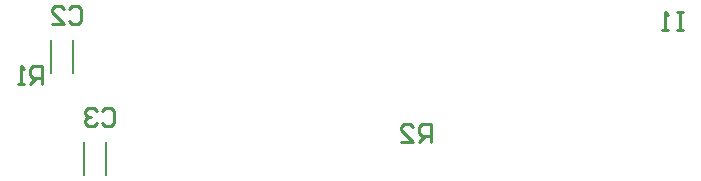
<source format=gbr>
%TF.GenerationSoftware,Altium Limited,Altium Designer,24.2.2 (26)*%
G04 Layer_Color=32896*
%FSLAX45Y45*%
%MOMM*%
%TF.SameCoordinates,259198F7-C233-4D65-A8A2-2B75CB696E96*%
%TF.FilePolarity,Positive*%
%TF.FileFunction,Legend,Bot*%
%TF.Part,Single*%
G01*
G75*
%TA.AperFunction,NonConductor*%
%ADD30C,0.20000*%
%ADD32C,0.25400*%
D30*
X5910011Y2981289D02*
Y3267111D01*
X5723189Y2981289D02*
Y3267111D01*
X5443789Y3844889D02*
Y4130711D01*
X5630611Y3844889D02*
Y4130711D01*
D32*
X8661400Y3266440D02*
Y3418791D01*
X8585225D01*
X8559833Y3393399D01*
Y3342615D01*
X8585225Y3317223D01*
X8661400D01*
X8610617D02*
X8559833Y3266440D01*
X8407482D02*
X8509049D01*
X8407482Y3368007D01*
Y3393399D01*
X8432874Y3418791D01*
X8483657D01*
X8509049Y3393399D01*
X5369560Y3759200D02*
Y3911551D01*
X5293385D01*
X5267993Y3886159D01*
Y3835375D01*
X5293385Y3809983D01*
X5369560D01*
X5318777D02*
X5267993Y3759200D01*
X5217209D02*
X5166426D01*
X5191817D01*
Y3911551D01*
X5217209Y3886159D01*
X10795000Y4368751D02*
X10744217D01*
X10769608D01*
Y4216400D01*
X10795000D01*
X10744217D01*
X10668041D02*
X10617258D01*
X10642649D01*
Y4368751D01*
X10668041Y4343359D01*
X5880133Y3530559D02*
X5905525Y3555951D01*
X5956308D01*
X5981700Y3530559D01*
Y3428992D01*
X5956308Y3403600D01*
X5905525D01*
X5880133Y3428992D01*
X5829349Y3530559D02*
X5803957Y3555951D01*
X5753174D01*
X5727782Y3530559D01*
Y3505167D01*
X5753174Y3479775D01*
X5778566D01*
X5753174D01*
X5727782Y3454383D01*
Y3428992D01*
X5753174Y3403600D01*
X5803957D01*
X5829349Y3428992D01*
X5600733Y4394159D02*
X5626125Y4419551D01*
X5676908D01*
X5702300Y4394159D01*
Y4292592D01*
X5676908Y4267200D01*
X5626125D01*
X5600733Y4292592D01*
X5448382Y4267200D02*
X5549949D01*
X5448382Y4368767D01*
Y4394159D01*
X5473774Y4419551D01*
X5524557D01*
X5549949Y4394159D01*
%TF.MD5,cc7b69158fe0812d770cd895d4ba2847*%
M02*

</source>
